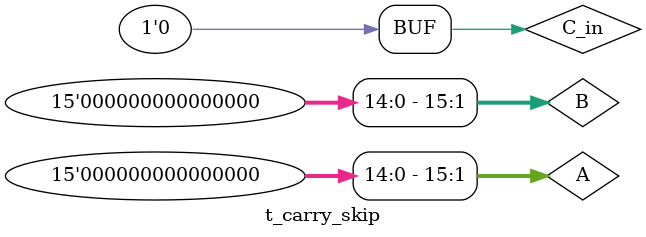
<source format=v>
   module carry_skip_4(A, B, X, CIN, COUT);
        input [3:0]A, B;
        input CIN;
        output [3:0]X;
        output COUT;
        
        reg [3:0]X;
        reg [2:0]base;
        reg [2:0]ifzero;
        reg [2:0]ifone;
        reg COUT;
        
        always @(A or B or CIN)
        begin
                base = A[1:0] + B[1:0] + {1'b0, CIN};
                ifzero = A[3:2] + B[3:2];
                ifone = A[3:2] + B[3:2] + 2'b01;
                
                if(base[2])
                begin
                        X = {ifone[1:0], base[1:0]};
                        COUT = ifone[2];
                end
                else
                begin
                        X = {ifzero[1:0], base[1:0]};
                        COUT = ifzero[2];
                end
        end
   endmodule
   
module carry_skip_16(A, B, X, C_in, C_out);
        input [15:0]A, B;
        input C_in;
        //assign C_in = 1b'0;
        output reg[15:0]X;
        wire [15:0]X1;
        output C_out; 
        wire [3:0]c_out;
        //wire overflow;
        carry_skip_4 add1 [3:0](.A(A), .B(B), .X(X1), .CIN({c_out[2:0],1'b0}),.COUT(c_out[3:0]));
        assign C_out = c_out[3];
        //assign overflow = A[15]|B[15];
        
        always @(*)
        begin
          if (X1[15]==0 && A[15]==1&&B[15]==1)
          X=16'hffff; 
        else if (X1[15]==1 && A[15]==0&&B[15]==0 )
          X=16'h7fff;
          else X=X1;
          end
          
         
//        always @(*)
//        begin
//        if (A[15]==1&&B[15]==1&&X1[15]==1&&C_out==1)
//        assign X=16'hffff; 
//      else if (A[15]==0&&B[15]==0&&C_out==1)
//        assign X=16'h7fff;
//      else assign X=X1;
//     end 
      endmodule
   
  module t_carry_skip;
  reg [15:0]A,B;
  wire [15:0]X;
  reg C_in;
  wire C_out;
  carry_skip_16 DUT(.A(A), .B(B), .X(X), .C_in(C_in),.C_out(C_out));
  initial begin
   
    repeat(200) begin
      #10;
      A = $random;
      B = $random;
      C_in = 0;
//      A = 16'h7ffe;
//      B = 16'h7ffe;
//      C_in = 0;
    end
  end
  initial begin
    $monitor("A = %b, B= %b, P=%b",A,B,X);
  end
endmodule

</source>
